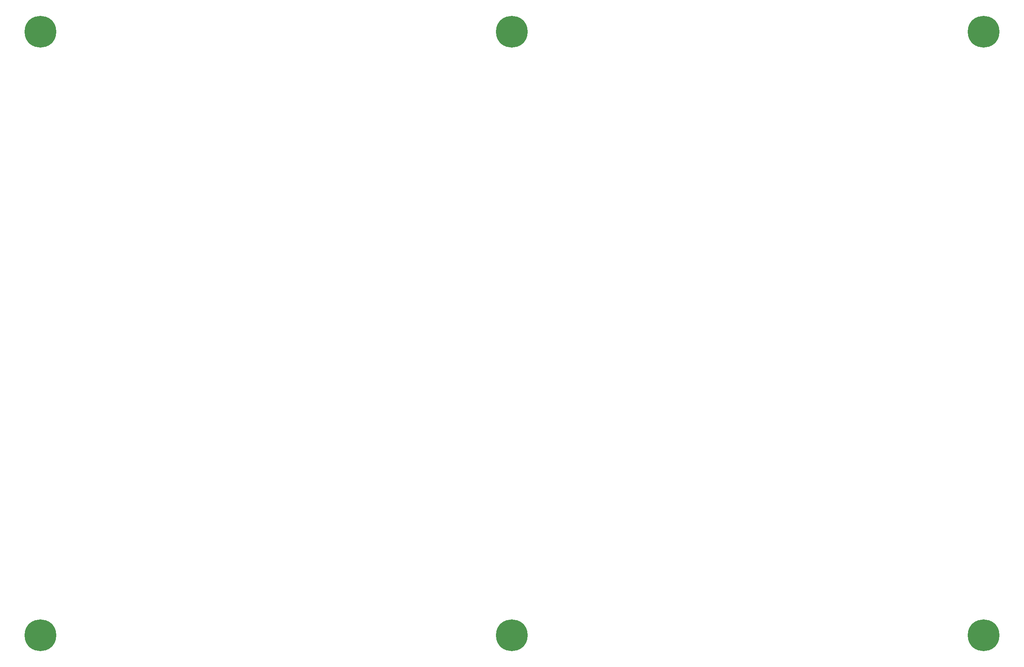
<source format=gts>
G04*
G04 #@! TF.GenerationSoftware,Altium Limited,Altium Designer,22.3.1 (43)*
G04*
G04 Layer_Color=8388736*
%FSLAX25Y25*%
%MOIN*%
G70*
G04*
G04 #@! TF.SameCoordinates,6A93EEED-D6AA-4AA8-83E3-EDC2008D0FB8*
G04*
G04*
G04 #@! TF.FilePolarity,Negative*
G04*
G01*
G75*
%ADD10C,0.28000*%
D10*
X-416300Y266300D02*
D03*
X0D02*
D03*
X416300D02*
D03*
Y-266300D02*
D03*
X0D02*
D03*
X-416300D02*
D03*
M02*

</source>
